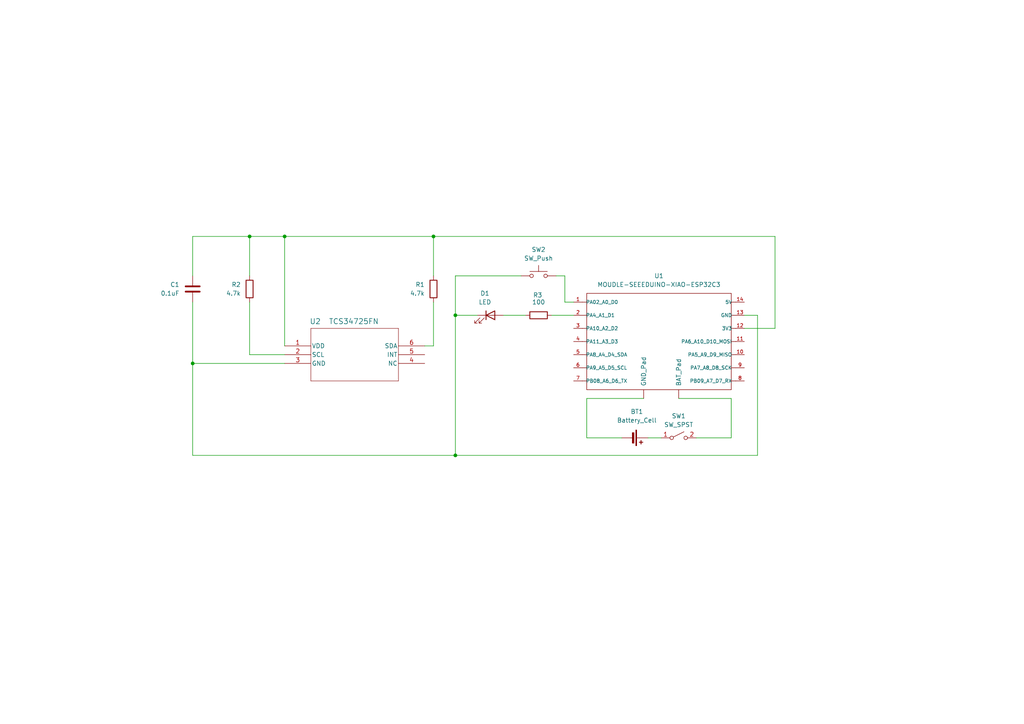
<source format=kicad_sch>
(kicad_sch (version 20250114) (generator "eeschema") (generator_version "9.0")
  (paper "A4")
  (title_block (title "Sensing Device (Pen)") (date "2026-01-26"))
  (lib_symbols
    (symbol "2026-01-26_22-08-00:TCS34725FN" (pin_names (offset 0.254))
      (property "Reference" "U" (at 20.32 10.16 0))
      (property "Value" "TCS34725FN" (at 20.32 7.62 0))
      (symbol "TCS34725FN_0_1"
        (polyline (pts (xy 7.62 5.08) (xy 7.62 -10.16)) (stroke (width 0.127)))
        (polyline (pts (xy 7.62 -10.16) (xy 33.02 -10.16)) (stroke (width 0.127)))
        (polyline (pts (xy 33.02 5.08) (xy 7.62 5.08)) (stroke (width 0.127)))
        (polyline (pts (xy 33.02 -10.16) (xy 33.02 5.08)) (stroke (width 0.127)))
        (pin unspecified line (at 0 0 0) (length 7.62) (name "VDD") (number "1"))
        (pin unspecified line (at 0 -2.54 0) (length 7.62) (name "SCL") (number "2"))
        (pin unspecified line (at 0 -5.08 0) (length 7.62) (name "GND") (number "3"))
        (pin unspecified line (at 40.64 0 180) (length 7.62) (name "SDA") (number "6"))
        (pin unspecified line (at 40.64 -2.54 180) (length 7.62) (name "INT") (number "5"))
        (pin unspecified line (at 40.64 -5.08 180) (length 7.62) (name "NC") (number "4"))
      )
    )
    (symbol "Device:Battery_Cell" (pin_numbers (hide yes)) (pin_names (offset 0) (hide yes))
      (property "Reference" "BT" (at 2.54 2.54 0))
      (property "Value" "Battery_Cell" (at 2.54 0 0))
      (symbol "Battery_Cell_0_1"
        (rectangle (start -2.286 1.778) (end 2.286 1.524) (fill (type outline)))
        (rectangle (start -1.524 1.016) (end 1.524 0.508) (fill (type outline)))
        (polyline (pts (xy 0 1.778) (xy 0 2.54)))
        (polyline (pts (xy 0 0.762) (xy 0 0)))
        (polyline (pts (xy 0.762 3.048) (xy 1.778 3.048)) (stroke (width 0.254)))
        (polyline (pts (xy 1.27 3.556) (xy 1.27 2.54)) (stroke (width 0.254)))
      )
      (symbol "Battery_Cell_1_1"
        (pin passive line (at 0 5.08 270) (length 2.54) (name "+") (number "1"))
        (pin passive line (at 0 -2.54 90) (length 2.54) (name "-") (number "2"))
      )
    )
    (symbol "Device:C" (pin_numbers (hide yes)) (pin_names (offset 0.254))
      (property "Reference" "C" (at 0.635 2.54 0))
      (property "Value" "C" (at 0.635 -2.54 0))
      (symbol "C_0_1"
        (polyline (pts (xy -2.032 0.762) (xy 2.032 0.762)) (stroke (width 0.508)))
        (polyline (pts (xy -2.032 -0.762) (xy 2.032 -0.762)) (stroke (width 0.508)))
      )
      (symbol "C_1_1"
        (pin passive line (at 0 3.81 270) (length 2.794) (name "~") (number "1"))
        (pin passive line (at 0 -3.81 90) (length 2.794) (name "~") (number "2"))
      )
    )
    (symbol "Device:LED" (pin_numbers (hide yes)) (pin_names (offset 1.016) (hide yes))
      (property "Reference" "D" (at 0 2.54 0))
      (property "Value" "LED" (at 0 -2.54 0))
      (symbol "LED_0_1"
        (polyline (pts (xy -3.048 -0.762) (xy -4.572 -2.286) (xy -3.81 -2.286) (xy -4.572 -2.286) (xy -4.572 -1.524)))
        (polyline (pts (xy -1.778 -0.762) (xy -3.302 -2.286) (xy -2.54 -2.286) (xy -3.302 -2.286) (xy -3.302 -1.524)))
        (polyline (pts (xy -1.27 0) (xy 1.27 0)))
        (polyline (pts (xy -1.27 -1.27) (xy -1.27 1.27)) (stroke (width 0.254)))
        (polyline (pts (xy 1.27 -1.27) (xy 1.27 1.27) (xy -1.27 0) (xy 1.27 -1.27)) (stroke (width 0.254)))
      )
      (symbol "LED_1_1"
        (pin passive line (at -3.81 0 0) (length 2.54) (name "K") (number "1"))
        (pin passive line (at 3.81 0 180) (length 2.54) (name "A") (number "2"))
      )
    )
    (symbol "Device:R" (pin_numbers (hide yes)) (pin_names (offset 0))
      (property "Reference" "R" (at 2.032 0 90))
      (property "Value" "R" (at 0 0 90))
      (symbol "R_0_1"
        (rectangle (start -1.016 -2.54) (end 1.016 2.54) (stroke (width 0.254)))
      )
      (symbol "R_1_1"
        (pin passive line (at 0 3.81 270) (length 1.27) (name "~") (number "1"))
        (pin passive line (at 0 -3.81 90) (length 1.27) (name "~") (number "2"))
      )
    )
    (symbol "LED:MOUDLE-SEEEDUINO-XIAO-ESP32C3" (pin_names (offset 1.016))
      (property "Reference" "U1" (at -0.635 19.05 0))
      (property "Value" "MOUDLE-SEEEDUINO-XIAO-ESP32C3" (at -0.635 16.51 0))
      (symbol "MOUDLE-SEEEDUINO-XIAO-ESP32C3_0_0"
        (polyline (pts (xy -21.59 13.97) (xy 20.32 13.97)) (stroke (width 0.1524)))
        (polyline (pts (xy -21.59 11.43) (xy -22.86 11.43)) (stroke (width 0.1524)))
        (polyline (pts (xy -21.59 11.43) (xy -21.59 13.97)) (stroke (width 0.1524)))
        (polyline (pts (xy -21.59 7.62) (xy -22.86 7.62)) (stroke (width 0.1524)))
        (polyline (pts (xy -21.59 7.62) (xy -21.59 11.43)) (stroke (width 0.1524)))
        (polyline (pts (xy -21.59 3.81) (xy -22.86 3.81)) (stroke (width 0.1524)))
        (polyline (pts (xy -21.59 3.81) (xy -21.59 7.62)) (stroke (width 0.1524)))
        (polyline (pts (xy -21.59 0) (xy -22.86 0)) (stroke (width 0.1524)))
        (polyline (pts (xy -21.59 0) (xy -21.59 3.81)) (stroke (width 0.1524)))
        (polyline (pts (xy -21.59 -3.81) (xy -22.86 -3.81)) (stroke (width 0.1524)))
        (polyline (pts (xy -21.59 -7.62) (xy -22.86 -7.62)) (stroke (width 0.1524)))
        (polyline (pts (xy -21.59 -11.43) (xy -22.86 -11.43)) (stroke (width 0.1524)))
        (polyline (pts (xy -21.59 -13.97) (xy -21.59 0)) (stroke (width 0.1524)))
        (polyline (pts (xy 20.32 13.97) (xy 20.32 11.43)) (stroke (width 0.1524)))
        (polyline (pts (xy 20.32 11.43) (xy 20.32 7.62)) (stroke (width 0.1524)))
        (polyline (pts (xy 20.32 7.62) (xy 20.32 3.81)) (stroke (width 0.1524)))
        (polyline (pts (xy 20.32 3.81) (xy 20.32 -13.97)) (stroke (width 0.1524)))
        (polyline (pts (xy 20.32 -13.97) (xy -21.59 -13.97)) (stroke (width 0.1524)))
        (polyline (pts (xy 21.59 11.43) (xy 20.32 11.43)) (stroke (width 0.1524)))
        (polyline (pts (xy 21.59 7.62) (xy 20.32 7.62)) (stroke (width 0.1524)))
        (polyline (pts (xy 21.59 3.81) (xy 20.32 3.81)) (stroke (width 0.1524)))
        (polyline (pts (xy 21.59 0) (xy 20.32 0)) (stroke (width 0.1524)))
        (polyline (pts (xy 21.59 -3.81) (xy 20.32 -3.81)) (stroke (width 0.1524)))
        (polyline (pts (xy 21.59 -7.62) (xy 20.32 -7.62)) (stroke (width 0.1524)))
        (polyline (pts (xy 21.59 -11.43) (xy 20.32 -11.43)) (stroke (width 0.1524)))
        (pin bidirectional line (at -25.4 11.43 0) (length 2.54) (name "PA02_A0_D0") (number "1"))
        (pin bidirectional line (at -25.4 7.62 0) (length 2.54) (name "PA4_A1_D1") (number "2"))
        (pin bidirectional line (at -25.4 3.81 0) (length 2.54) (name "PA10_A2_D2") (number "3"))
        (pin bidirectional line (at -25.4 0 0) (length 2.54) (name "PA11_A3_D3") (number "4"))
        (pin bidirectional line (at -25.4 -3.81 0) (length 2.54) (name "PA8_A4_D4_SDA") (number "5"))
        (pin bidirectional line (at -25.4 -7.62 0) (length 2.54) (name "PA9_A5_D5_SCL") (number "6"))
        (pin bidirectional line (at -25.4 -11.43 0) (length 2.54) (name "PB08_A6_D6_TX") (number "7"))
        (pin bidirectional line (at 24.13 11.43 180) (length 2.54) (name "5V") (number "14"))
        (pin bidirectional line (at 24.13 7.62 180) (length 2.54) (name "GND") (number "13"))
        (pin bidirectional line (at 24.13 3.81 180) (length 2.54) (name "3V3") (number "12"))
        (pin bidirectional line (at 24.13 0 180) (length 2.54) (name "PA6_A10_D10_MOSI") (number "11"))
        (pin bidirectional line (at 24.13 -3.81 180) (length 2.54) (name "PA5_A9_D9_MISO") (number "10"))
        (pin bidirectional line (at 24.13 -7.62 180) (length 2.54) (name "PA7_A8_D8_SCK") (number "9"))
        (pin bidirectional line (at 24.13 -11.43 180) (length 2.54) (name "PB09_A7_D7_RX") (number "8"))
      )
      (symbol "MOUDLE-SEEEDUINO-XIAO-ESP32C3_1_1"
        (pin power_out line (at -5.08 -16.51 90) (length 2.54) (name "GND_Pad") (number ""))
        (pin power_in line (at 5.08 -16.51 90) (length 2.54) (name "BAT_Pad") (number ""))
      )
    )
    (symbol "Switch:SW_Push" (pin_numbers (hide yes)) (pin_names (offset 1.016) (hide yes))
      (property "Reference" "SW" (at 1.27 2.54 0))
      (property "Value" "SW_Push" (at 0 -1.524 0))
      (symbol "SW_Push_0_1"
        (circle (center -2.032 0) (radius 0.508))
        (polyline (pts (xy 0 1.27) (xy 0 3.048)))
        (circle (center 2.032 0) (radius 0.508))
        (polyline (pts (xy 2.54 1.27) (xy -2.54 1.27)))
        (pin passive line (at -5.08 0 0) (length 2.54) (name "1") (number "1"))
        (pin passive line (at 5.08 0 180) (length 2.54) (name "2") (number "2"))
      )
    )
    (symbol "Switch:SW_SPST" (pin_names (offset 0) (hide yes))
      (property "Reference" "SW" (at 0 3.175 0))
      (property "Value" "SW_SPST" (at 0 -2.54 0))
      (symbol "SW_SPST_0_0"
        (circle (center -2.032 0) (radius 0.508))
        (polyline (pts (xy -1.524 0.254) (xy 1.524 1.778)))
        (circle (center 2.032 0) (radius 0.508))
      )
      (symbol "SW_SPST_1_1"
        (pin passive line (at -5.08 0 0) (length 2.54) (name "A") (number "1"))
        (pin passive line (at 5.08 0 180) (length 2.54) (name "B") (number "2"))
      )
    )
  )
  (junction (at 132.08 91.44))
  (junction (at 72.39 68.58))
  (junction (at 125.73 68.58))
  (junction (at 55.88 105.41))
  (junction (at 82.55 68.58))
  (junction (at 132.08 132.08))
  (wire (pts (xy 55.88 105.41) (xy 82.55 105.41)))
  (wire (pts (xy 123.19 100.33) (xy 125.73 100.33)))
  (wire (pts (xy 163.83 87.63) (xy 166.37 87.63)))
  (wire (pts (xy 219.71 91.44) (xy 215.9 91.44)))
  (wire (pts (xy 160.02 91.44) (xy 166.37 91.44)))
  (wire (pts (xy 132.08 132.08) (xy 219.71 132.08)))
  (wire (pts (xy 125.73 68.58) (xy 224.79 68.58)))
  (wire (pts (xy 55.88 132.08) (xy 55.88 105.41)))
  (wire (pts (xy 201.93 127) (xy 212.09 127)))
  (wire (pts (xy 132.08 80.01) (xy 151.13 80.01)))
  (wire (pts (xy 55.88 132.08) (xy 132.08 132.08)))
  (wire (pts (xy 146.05 91.44) (xy 152.4 91.44)))
  (wire (pts (xy 55.88 105.41) (xy 55.88 87.63)))
  (wire (pts (xy 163.83 80.01) (xy 163.83 87.63)))
  (wire (pts (xy 132.08 132.08) (xy 132.08 91.44)))
  (wire (pts (xy 132.08 91.44) (xy 138.43 91.44)))
  (wire (pts (xy 161.29 80.01) (xy 163.83 80.01)))
  (wire (pts (xy 55.88 80.01) (xy 55.88 68.58)))
  (wire (pts (xy 82.55 102.87) (xy 72.39 102.87)))
  (wire (pts (xy 72.39 80.01) (xy 72.39 68.58)))
  (wire (pts (xy 180.34 127) (xy 170.18 127)))
  (wire (pts (xy 125.73 100.33) (xy 125.73 87.63)))
  (wire (pts (xy 187.96 127) (xy 191.77 127)))
  (wire (pts (xy 170.18 115.57) (xy 186.69 115.57)))
  (wire (pts (xy 82.55 68.58) (xy 125.73 68.58)))
  (wire (pts (xy 170.18 127) (xy 170.18 115.57)))
  (wire (pts (xy 196.85 115.57) (xy 212.09 115.57)))
  (wire (pts (xy 72.39 68.58) (xy 82.55 68.58)))
  (wire (pts (xy 125.73 68.58) (xy 125.73 80.01)))
  (wire (pts (xy 219.71 132.08) (xy 219.71 91.44)))
  (wire (pts (xy 132.08 91.44) (xy 132.08 80.01)))
  (wire (pts (xy 224.79 95.25) (xy 224.79 68.58)))
  (wire (pts (xy 215.9 95.25) (xy 224.79 95.25)))
  (wire (pts (xy 212.09 127) (xy 212.09 115.57)))
  (wire (pts (xy 55.88 68.58) (xy 72.39 68.58)))
  (wire (pts (xy 72.39 87.63) (xy 72.39 102.87)))
  (wire (pts (xy 82.55 68.58) (xy 82.55 100.33)))
  (symbol (lib_id "2026-01-26_22-08-00:TCS34725FN") (at 82.55 100.33 0) (unit 1)
    (property "Reference" "U2" (at 91.44 93.218 0) (effects (font (size 1.524 1.524))))
    (property "Value" "TCS34725FN" (at 102.616 93.218 0) (effects (font (size 1.524 1.524))))
    (property "Footprint" "TCS34725FN_AMS" (effects (hide yes)))
    (property "Datasheet" "TCS34725FN" (effects (hide yes)))
  )
  (symbol (lib_id "Device:Battery_Cell") (at 182.88 127 270) (unit 1)
    (property "Reference" "BT1" (at 184.7215 119.38 90))
    (property "Value" "Battery_Cell" (at 184.7215 121.92 90))
    (property "Description" "Single-cell battery" (effects (hide yes)))
  )
  (symbol (lib_id "Device:R") (at 125.73 83.82 0) (mirror x) (unit 1)
    (property "Reference" "R1" (at 123.19 82.5499 0) (effects (justify right)))
    (property "Value" "4.7k" (at 123.19 85.0899 0) (effects (justify right)))
    (property "Description" "Resistor" (effects (hide yes)))
  )
  (symbol (lib_id "LED:MOUDLE-SEEEDUINO-XIAO-ESP32C3") (at 191.77 99.06 0) (unit 1)
    (property "Reference" "U1" (at 191.135 80.01 0))
    (property "Value" "MOUDLE-SEEEDUINO-XIAO-ESP32C3" (at 191.135 82.55 0))
    (property "Footprint" "MOUDLE14P-SMD-2.54-21X17.8MM" (effects (hide yes)))
  )
  (symbol (lib_id "Device:R") (at 72.39 83.82 0) (mirror x) (unit 1)
    (property "Reference" "R2" (at 69.85 82.5499 0) (effects (justify right)))
    (property "Value" "4.7k" (at 69.85 85.0899 0) (effects (justify right)))
    (property "Description" "Resistor" (effects (hide yes)))
  )
  (symbol (lib_id "Switch:SW_Push") (at 156.21 80.01 0) (unit 1)
    (property "Reference" "SW2" (at 156.21 72.39 0))
    (property "Value" "SW_Push" (at 156.21 74.93 0))
    (property "Description" "Push button switch, generic, two pins" (effects (hide yes)))
  )
  (symbol (lib_id "Switch:SW_SPST") (at 196.85 127 0) (unit 1)
    (property "Reference" "SW1" (at 196.85 120.65 0))
    (property "Value" "SW_SPST" (at 196.85 123.19 0))
    (property "Description" "Single Pole Single Throw (SPST) switch" (effects (hide yes)))
  )
  (symbol (lib_id "Device:C") (at 55.88 83.82 0) (mirror y) (unit 1)
    (property "Reference" "C1" (at 52.07 82.5499 0) (effects (justify left)))
    (property "Value" "0.1uF" (at 52.07 85.0899 0) (effects (justify left)))
    (property "Description" "Unpolarized capacitor" (effects (hide yes)))
  )
  (symbol (lib_id "Device:LED") (at 142.24 91.44 0) (unit 1)
    (property "Reference" "D1" (at 140.6525 85.09 0))
    (property "Value" "LED" (at 140.6525 87.63 0))
    (property "Description" "Light emitting diode" (effects (hide yes)))
    (property "Sim.Pins" "1=K 2=A" (effects (hide yes)))
  )
  (symbol (lib_id "Device:R") (at 156.21 91.44 90) (unit 1)
    (property "Reference" "R3" (at 155.956 85.598 90))
    (property "Value" "100" (at 156.21 87.63 90))
    (property "Description" "Resistor" (effects (hide yes)))
  )
)
</source>
